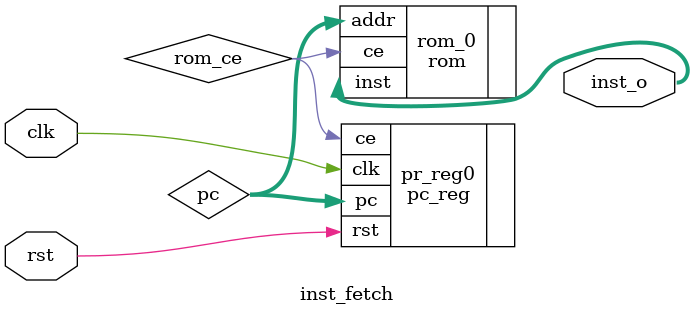
<source format=v>
module inst_fetch(

	input wire clk,
	input wire rst,
	output wire[31:0] inst_o

);
	
	wire[5:0] pc;
	wire rom_ce;

	pc_reg pr_reg0(

		.clk(clk),
		.rst(rst),
		.pc(pc),
		.ce(rom_ce)

	);

	rom rom_0(

		.ce(rom_ce),
		.addr(pc),
		.inst(inst_o)
	);

endmodule
</source>
